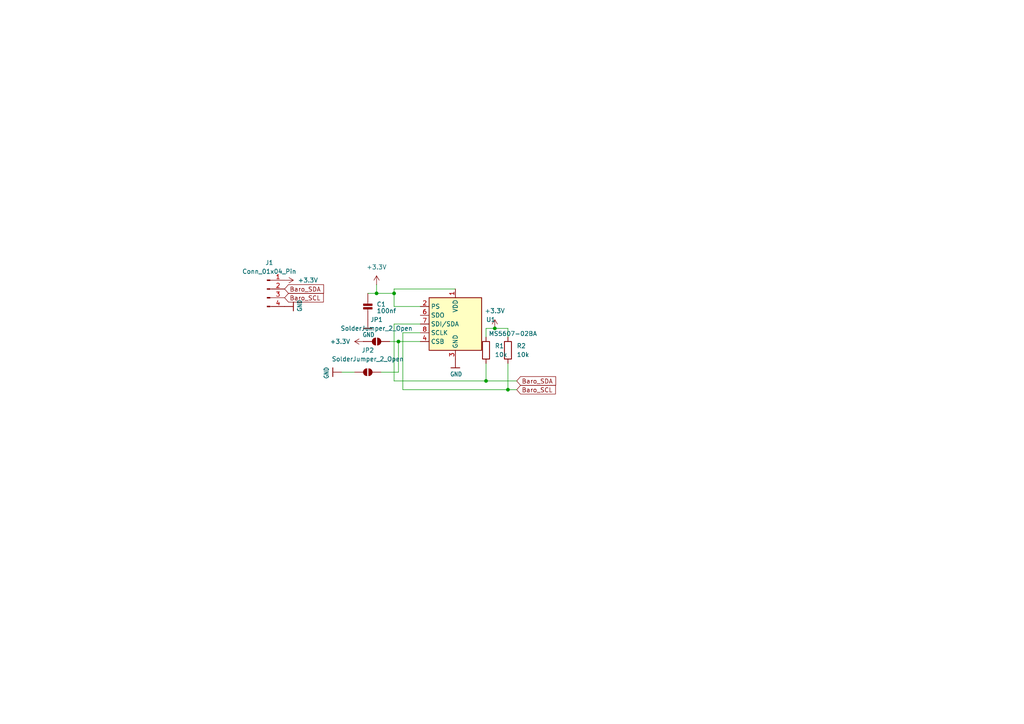
<source format=kicad_sch>
(kicad_sch
	(version 20231120)
	(generator "eeschema")
	(generator_version "8.0")
	(uuid "944441d4-5108-465a-b746-1dc4cb20dba5")
	(paper "A4")
	(lib_symbols
		(symbol "Connector:Conn_01x04_Pin"
			(pin_names
				(offset 1.016) hide)
			(exclude_from_sim no)
			(in_bom yes)
			(on_board yes)
			(property "Reference" "J"
				(at 0 5.08 0)
				(effects
					(font
						(size 1.27 1.27)
					)
				)
			)
			(property "Value" "Conn_01x04_Pin"
				(at 0 -7.62 0)
				(effects
					(font
						(size 1.27 1.27)
					)
				)
			)
			(property "Footprint" ""
				(at 0 0 0)
				(effects
					(font
						(size 1.27 1.27)
					)
					(hide yes)
				)
			)
			(property "Datasheet" "~"
				(at 0 0 0)
				(effects
					(font
						(size 1.27 1.27)
					)
					(hide yes)
				)
			)
			(property "Description" "Generic connector, single row, 01x04, script generated"
				(at 0 0 0)
				(effects
					(font
						(size 1.27 1.27)
					)
					(hide yes)
				)
			)
			(property "ki_locked" ""
				(at 0 0 0)
				(effects
					(font
						(size 1.27 1.27)
					)
				)
			)
			(property "ki_keywords" "connector"
				(at 0 0 0)
				(effects
					(font
						(size 1.27 1.27)
					)
					(hide yes)
				)
			)
			(property "ki_fp_filters" "Connector*:*_1x??_*"
				(at 0 0 0)
				(effects
					(font
						(size 1.27 1.27)
					)
					(hide yes)
				)
			)
			(symbol "Conn_01x04_Pin_1_1"
				(polyline
					(pts
						(xy 1.27 -5.08) (xy 0.8636 -5.08)
					)
					(stroke
						(width 0.1524)
						(type default)
					)
					(fill
						(type none)
					)
				)
				(polyline
					(pts
						(xy 1.27 -2.54) (xy 0.8636 -2.54)
					)
					(stroke
						(width 0.1524)
						(type default)
					)
					(fill
						(type none)
					)
				)
				(polyline
					(pts
						(xy 1.27 0) (xy 0.8636 0)
					)
					(stroke
						(width 0.1524)
						(type default)
					)
					(fill
						(type none)
					)
				)
				(polyline
					(pts
						(xy 1.27 2.54) (xy 0.8636 2.54)
					)
					(stroke
						(width 0.1524)
						(type default)
					)
					(fill
						(type none)
					)
				)
				(rectangle
					(start 0.8636 -4.953)
					(end 0 -5.207)
					(stroke
						(width 0.1524)
						(type default)
					)
					(fill
						(type outline)
					)
				)
				(rectangle
					(start 0.8636 -2.413)
					(end 0 -2.667)
					(stroke
						(width 0.1524)
						(type default)
					)
					(fill
						(type outline)
					)
				)
				(rectangle
					(start 0.8636 0.127)
					(end 0 -0.127)
					(stroke
						(width 0.1524)
						(type default)
					)
					(fill
						(type outline)
					)
				)
				(rectangle
					(start 0.8636 2.667)
					(end 0 2.413)
					(stroke
						(width 0.1524)
						(type default)
					)
					(fill
						(type outline)
					)
				)
				(pin passive line
					(at 5.08 2.54 180)
					(length 3.81)
					(name "Pin_1"
						(effects
							(font
								(size 1.27 1.27)
							)
						)
					)
					(number "1"
						(effects
							(font
								(size 1.27 1.27)
							)
						)
					)
				)
				(pin passive line
					(at 5.08 0 180)
					(length 3.81)
					(name "Pin_2"
						(effects
							(font
								(size 1.27 1.27)
							)
						)
					)
					(number "2"
						(effects
							(font
								(size 1.27 1.27)
							)
						)
					)
				)
				(pin passive line
					(at 5.08 -2.54 180)
					(length 3.81)
					(name "Pin_3"
						(effects
							(font
								(size 1.27 1.27)
							)
						)
					)
					(number "3"
						(effects
							(font
								(size 1.27 1.27)
							)
						)
					)
				)
				(pin passive line
					(at 5.08 -5.08 180)
					(length 3.81)
					(name "Pin_4"
						(effects
							(font
								(size 1.27 1.27)
							)
						)
					)
					(number "4"
						(effects
							(font
								(size 1.27 1.27)
							)
						)
					)
				)
			)
		)
		(symbol "Device:R"
			(pin_numbers hide)
			(pin_names
				(offset 0)
			)
			(exclude_from_sim no)
			(in_bom yes)
			(on_board yes)
			(property "Reference" "R"
				(at 2.032 0 90)
				(effects
					(font
						(size 1.27 1.27)
					)
				)
			)
			(property "Value" "R"
				(at 0 0 90)
				(effects
					(font
						(size 1.27 1.27)
					)
				)
			)
			(property "Footprint" ""
				(at -1.778 0 90)
				(effects
					(font
						(size 1.27 1.27)
					)
					(hide yes)
				)
			)
			(property "Datasheet" "~"
				(at 0 0 0)
				(effects
					(font
						(size 1.27 1.27)
					)
					(hide yes)
				)
			)
			(property "Description" "Resistor"
				(at 0 0 0)
				(effects
					(font
						(size 1.27 1.27)
					)
					(hide yes)
				)
			)
			(property "ki_keywords" "R res resistor"
				(at 0 0 0)
				(effects
					(font
						(size 1.27 1.27)
					)
					(hide yes)
				)
			)
			(property "ki_fp_filters" "R_*"
				(at 0 0 0)
				(effects
					(font
						(size 1.27 1.27)
					)
					(hide yes)
				)
			)
			(symbol "R_0_1"
				(rectangle
					(start -1.016 -2.54)
					(end 1.016 2.54)
					(stroke
						(width 0.254)
						(type default)
					)
					(fill
						(type none)
					)
				)
			)
			(symbol "R_1_1"
				(pin passive line
					(at 0 3.81 270)
					(length 1.27)
					(name "~"
						(effects
							(font
								(size 1.27 1.27)
							)
						)
					)
					(number "1"
						(effects
							(font
								(size 1.27 1.27)
							)
						)
					)
				)
				(pin passive line
					(at 0 -3.81 90)
					(length 1.27)
					(name "~"
						(effects
							(font
								(size 1.27 1.27)
							)
						)
					)
					(number "2"
						(effects
							(font
								(size 1.27 1.27)
							)
						)
					)
				)
			)
		)
		(symbol "Jumper:SolderJumper_2_Open"
			(pin_numbers hide)
			(pin_names
				(offset 0) hide)
			(exclude_from_sim yes)
			(in_bom no)
			(on_board yes)
			(property "Reference" "JP"
				(at 0 2.032 0)
				(effects
					(font
						(size 1.27 1.27)
					)
				)
			)
			(property "Value" "SolderJumper_2_Open"
				(at 0 -2.54 0)
				(effects
					(font
						(size 1.27 1.27)
					)
				)
			)
			(property "Footprint" ""
				(at 0 0 0)
				(effects
					(font
						(size 1.27 1.27)
					)
					(hide yes)
				)
			)
			(property "Datasheet" "~"
				(at 0 0 0)
				(effects
					(font
						(size 1.27 1.27)
					)
					(hide yes)
				)
			)
			(property "Description" "Solder Jumper, 2-pole, open"
				(at 0 0 0)
				(effects
					(font
						(size 1.27 1.27)
					)
					(hide yes)
				)
			)
			(property "ki_keywords" "solder jumper SPST"
				(at 0 0 0)
				(effects
					(font
						(size 1.27 1.27)
					)
					(hide yes)
				)
			)
			(property "ki_fp_filters" "SolderJumper*Open*"
				(at 0 0 0)
				(effects
					(font
						(size 1.27 1.27)
					)
					(hide yes)
				)
			)
			(symbol "SolderJumper_2_Open_0_1"
				(arc
					(start -0.254 1.016)
					(mid -1.2656 0)
					(end -0.254 -1.016)
					(stroke
						(width 0)
						(type default)
					)
					(fill
						(type none)
					)
				)
				(arc
					(start -0.254 1.016)
					(mid -1.2656 0)
					(end -0.254 -1.016)
					(stroke
						(width 0)
						(type default)
					)
					(fill
						(type outline)
					)
				)
				(polyline
					(pts
						(xy -0.254 1.016) (xy -0.254 -1.016)
					)
					(stroke
						(width 0)
						(type default)
					)
					(fill
						(type none)
					)
				)
				(polyline
					(pts
						(xy 0.254 1.016) (xy 0.254 -1.016)
					)
					(stroke
						(width 0)
						(type default)
					)
					(fill
						(type none)
					)
				)
				(arc
					(start 0.254 -1.016)
					(mid 1.2656 0)
					(end 0.254 1.016)
					(stroke
						(width 0)
						(type default)
					)
					(fill
						(type none)
					)
				)
				(arc
					(start 0.254 -1.016)
					(mid 1.2656 0)
					(end 0.254 1.016)
					(stroke
						(width 0)
						(type default)
					)
					(fill
						(type outline)
					)
				)
			)
			(symbol "SolderJumper_2_Open_1_1"
				(pin passive line
					(at -3.81 0 0)
					(length 2.54)
					(name "A"
						(effects
							(font
								(size 1.27 1.27)
							)
						)
					)
					(number "1"
						(effects
							(font
								(size 1.27 1.27)
							)
						)
					)
				)
				(pin passive line
					(at 3.81 0 180)
					(length 2.54)
					(name "B"
						(effects
							(font
								(size 1.27 1.27)
							)
						)
					)
					(number "2"
						(effects
							(font
								(size 1.27 1.27)
							)
						)
					)
				)
			)
		)
		(symbol "Ngo_Andrew_GHOUL_Draft-eagle-import:CAP_CERAMIC0603_NO"
			(exclude_from_sim no)
			(in_bom yes)
			(on_board yes)
			(property "Reference" "C"
				(at -2.29 1.25 90)
				(effects
					(font
						(size 1.27 1.27)
					)
				)
			)
			(property "Value" ""
				(at 2.3 1.25 90)
				(effects
					(font
						(size 1.27 1.27)
					)
				)
			)
			(property "Footprint" "Ngo_Andrew_GHOUL_Draft:0603-NO"
				(at 0 0 0)
				(effects
					(font
						(size 1.27 1.27)
					)
					(hide yes)
				)
			)
			(property "Datasheet" ""
				(at 0 0 0)
				(effects
					(font
						(size 1.27 1.27)
					)
					(hide yes)
				)
			)
			(property "Description" "Ceramic Capacitors\n\nFor new designs, use the packages preceded by an '_' character since they are more reliable:\n\nThe following footprints should be used on most boards:\n\n• _0402 - Standard footprint for regular board layouts\n• _0603 - Standard footprint for regular board layouts\n• _0805 - Standard footprint for regular board layouts\n• _1206 - Standard footprint for regular board layouts\n\nFor extremely tight-pitch boards where space is at a premium, the following 'micro-pitch' footprints can be used (smaller pads, no silkscreen outline, etc.):\n\n• _0402MP - Micro-pitch footprint for very dense/compact boards\n• _0603MP - Micro-pitch footprint for very dense/compact boards\n• _0805MP - Micro-pitch footprint for very dense/compact boards\n• _1206MP - Micro-pitch footprint for very dense/compact boards"
				(at 0 0 0)
				(effects
					(font
						(size 1.27 1.27)
					)
					(hide yes)
				)
			)
			(property "ki_locked" ""
				(at 0 0 0)
				(effects
					(font
						(size 1.27 1.27)
					)
				)
			)
			(symbol "CAP_CERAMIC0603_NO_1_0"
				(rectangle
					(start -1.27 0.508)
					(end 1.27 1.016)
					(stroke
						(width 0)
						(type default)
					)
					(fill
						(type outline)
					)
				)
				(rectangle
					(start -1.27 1.524)
					(end 1.27 2.032)
					(stroke
						(width 0)
						(type default)
					)
					(fill
						(type outline)
					)
				)
				(polyline
					(pts
						(xy 0 0.762) (xy 0 0)
					)
					(stroke
						(width 0.1524)
						(type solid)
					)
					(fill
						(type none)
					)
				)
				(polyline
					(pts
						(xy 0 2.54) (xy 0 1.778)
					)
					(stroke
						(width 0.1524)
						(type solid)
					)
					(fill
						(type none)
					)
				)
				(pin passive line
					(at 0 5.08 270)
					(length 2.54)
					(name "1"
						(effects
							(font
								(size 0 0)
							)
						)
					)
					(number "1"
						(effects
							(font
								(size 0 0)
							)
						)
					)
				)
				(pin passive line
					(at 0 -2.54 90)
					(length 2.54)
					(name "2"
						(effects
							(font
								(size 0 0)
							)
						)
					)
					(number "2"
						(effects
							(font
								(size 0 0)
							)
						)
					)
				)
			)
		)
		(symbol "Ngo_Andrew_GHOUL_Draft-eagle-import:GND"
			(power)
			(exclude_from_sim no)
			(in_bom yes)
			(on_board yes)
			(property "Reference" ""
				(at 0 0 0)
				(effects
					(font
						(size 1.27 1.27)
					)
					(hide yes)
				)
			)
			(property "Value" ""
				(at -1.524 -2.54 0)
				(effects
					(font
						(size 1.27 1.0795)
					)
					(justify left bottom)
				)
			)
			(property "Footprint" ""
				(at 0 0 0)
				(effects
					(font
						(size 1.27 1.27)
					)
					(hide yes)
				)
			)
			(property "Datasheet" ""
				(at 0 0 0)
				(effects
					(font
						(size 1.27 1.27)
					)
					(hide yes)
				)
			)
			(property "Description" "GND"
				(at 0 0 0)
				(effects
					(font
						(size 1.27 1.27)
					)
					(hide yes)
				)
			)
			(property "ki_locked" ""
				(at 0 0 0)
				(effects
					(font
						(size 1.27 1.27)
					)
				)
			)
			(symbol "GND_1_0"
				(polyline
					(pts
						(xy -1.27 0) (xy 1.27 0)
					)
					(stroke
						(width 0.254)
						(type solid)
					)
					(fill
						(type none)
					)
				)
				(pin power_in line
					(at 0 2.54 270)
					(length 2.54)
					(name "GND"
						(effects
							(font
								(size 0 0)
							)
						)
					)
					(number "1"
						(effects
							(font
								(size 0 0)
							)
						)
					)
				)
			)
		)
		(symbol "Sensor_Pressure:MS5607-02BA"
			(exclude_from_sim no)
			(in_bom yes)
			(on_board yes)
			(property "Reference" "U"
				(at -6.35 8.89 0)
				(effects
					(font
						(size 1.27 1.27)
					)
				)
			)
			(property "Value" "MS5607-02BA"
				(at 7.62 8.89 0)
				(effects
					(font
						(size 1.27 1.27)
					)
				)
			)
			(property "Footprint" "Package_LGA:LGA-8_3x5mm_P1.25mm"
				(at 0 0 0)
				(effects
					(font
						(size 1.27 1.27)
					)
					(hide yes)
				)
			)
			(property "Datasheet" "https://www.te.com/commerce/DocumentDelivery/DDEController?Action=showdoc&DocId=Data+Sheet%7FMS5607-02BA03%7FB2%7Fpdf%7FEnglish%7FENG_DS_MS5607-02BA03_B2.pdf%7FCAT-BLPS0035"
				(at 0 0 0)
				(effects
					(font
						(size 1.27 1.27)
					)
					(hide yes)
				)
			)
			(property "Description" "Barometric pressure sensor, 20cm resolution, 10 to 1200 mbar, I2C and SPI interface up to 20MHz, LGA-8"
				(at 0 0 0)
				(effects
					(font
						(size 1.27 1.27)
					)
					(hide yes)
				)
			)
			(property "ki_keywords" "pressure SPI I2C"
				(at 0 0 0)
				(effects
					(font
						(size 1.27 1.27)
					)
					(hide yes)
				)
			)
			(property "ki_fp_filters" "LGA*3x5mm*P1.25mm*"
				(at 0 0 0)
				(effects
					(font
						(size 1.27 1.27)
					)
					(hide yes)
				)
			)
			(symbol "MS5607-02BA_0_1"
				(rectangle
					(start -7.62 7.62)
					(end 7.62 -7.62)
					(stroke
						(width 0.254)
						(type default)
					)
					(fill
						(type background)
					)
				)
			)
			(symbol "MS5607-02BA_1_1"
				(pin power_in line
					(at 0 10.16 270)
					(length 2.54)
					(name "VDD"
						(effects
							(font
								(size 1.27 1.27)
							)
						)
					)
					(number "1"
						(effects
							(font
								(size 1.27 1.27)
							)
						)
					)
				)
				(pin input line
					(at -10.16 5.08 0)
					(length 2.54)
					(name "PS"
						(effects
							(font
								(size 1.27 1.27)
							)
						)
					)
					(number "2"
						(effects
							(font
								(size 1.27 1.27)
							)
						)
					)
				)
				(pin power_in line
					(at 0 -10.16 90)
					(length 2.54)
					(name "GND"
						(effects
							(font
								(size 1.27 1.27)
							)
						)
					)
					(number "3"
						(effects
							(font
								(size 1.27 1.27)
							)
						)
					)
				)
				(pin input line
					(at -10.16 -5.08 0)
					(length 2.54)
					(name "CSB"
						(effects
							(font
								(size 1.27 1.27)
							)
						)
					)
					(number "4"
						(effects
							(font
								(size 1.27 1.27)
							)
						)
					)
				)
				(pin input line
					(at -10.16 -5.08 0)
					(length 2.54) hide
					(name "CSB"
						(effects
							(font
								(size 1.27 1.27)
							)
						)
					)
					(number "5"
						(effects
							(font
								(size 1.27 1.27)
							)
						)
					)
				)
				(pin output line
					(at -10.16 2.54 0)
					(length 2.54)
					(name "SDO"
						(effects
							(font
								(size 1.27 1.27)
							)
						)
					)
					(number "6"
						(effects
							(font
								(size 1.27 1.27)
							)
						)
					)
				)
				(pin bidirectional line
					(at -10.16 0 0)
					(length 2.54)
					(name "SDI/SDA"
						(effects
							(font
								(size 1.27 1.27)
							)
						)
					)
					(number "7"
						(effects
							(font
								(size 1.27 1.27)
							)
						)
					)
				)
				(pin input line
					(at -10.16 -2.54 0)
					(length 2.54)
					(name "SCLK"
						(effects
							(font
								(size 1.27 1.27)
							)
						)
					)
					(number "8"
						(effects
							(font
								(size 1.27 1.27)
							)
						)
					)
				)
			)
		)
		(symbol "power:+3.3V"
			(power)
			(pin_numbers hide)
			(pin_names
				(offset 0) hide)
			(exclude_from_sim no)
			(in_bom yes)
			(on_board yes)
			(property "Reference" "#PWR"
				(at 0 -3.81 0)
				(effects
					(font
						(size 1.27 1.27)
					)
					(hide yes)
				)
			)
			(property "Value" "+3.3V"
				(at 0 3.556 0)
				(effects
					(font
						(size 1.27 1.27)
					)
				)
			)
			(property "Footprint" ""
				(at 0 0 0)
				(effects
					(font
						(size 1.27 1.27)
					)
					(hide yes)
				)
			)
			(property "Datasheet" ""
				(at 0 0 0)
				(effects
					(font
						(size 1.27 1.27)
					)
					(hide yes)
				)
			)
			(property "Description" "Power symbol creates a global label with name \"+3.3V\""
				(at 0 0 0)
				(effects
					(font
						(size 1.27 1.27)
					)
					(hide yes)
				)
			)
			(property "ki_keywords" "global power"
				(at 0 0 0)
				(effects
					(font
						(size 1.27 1.27)
					)
					(hide yes)
				)
			)
			(symbol "+3.3V_0_1"
				(polyline
					(pts
						(xy -0.762 1.27) (xy 0 2.54)
					)
					(stroke
						(width 0)
						(type default)
					)
					(fill
						(type none)
					)
				)
				(polyline
					(pts
						(xy 0 0) (xy 0 2.54)
					)
					(stroke
						(width 0)
						(type default)
					)
					(fill
						(type none)
					)
				)
				(polyline
					(pts
						(xy 0 2.54) (xy 0.762 1.27)
					)
					(stroke
						(width 0)
						(type default)
					)
					(fill
						(type none)
					)
				)
			)
			(symbol "+3.3V_1_1"
				(pin power_in line
					(at 0 0 90)
					(length 0)
					(name "~"
						(effects
							(font
								(size 1.27 1.27)
							)
						)
					)
					(number "1"
						(effects
							(font
								(size 1.27 1.27)
							)
						)
					)
				)
			)
		)
	)
	(junction
		(at 114.3 85.09)
		(diameter 0)
		(color 0 0 0 0)
		(uuid "23c408b2-347f-411c-8da4-b2430efeeb7b")
	)
	(junction
		(at 147.32 113.03)
		(diameter 0)
		(color 0 0 0 0)
		(uuid "254e10a1-eda2-46ce-9af8-33cbdfde3da5")
	)
	(junction
		(at 115.57 99.06)
		(diameter 0)
		(color 0 0 0 0)
		(uuid "4011b6e1-3c20-4a7b-918c-6c30e7827cee")
	)
	(junction
		(at 140.97 110.49)
		(diameter 0)
		(color 0 0 0 0)
		(uuid "7e5dc45c-a260-4596-ae78-7800fde1e7b1")
	)
	(junction
		(at 143.51 95.25)
		(diameter 0)
		(color 0 0 0 0)
		(uuid "9453b8fa-4c80-4166-9ec9-abaa89ecafc5")
	)
	(junction
		(at 109.22 85.09)
		(diameter 0)
		(color 0 0 0 0)
		(uuid "f235af20-fd19-464e-b864-ec99017e7091")
	)
	(wire
		(pts
			(xy 114.3 110.49) (xy 140.97 110.49)
		)
		(stroke
			(width 0)
			(type default)
		)
		(uuid "231ad84b-2db1-42d2-8ff4-6edc05c00e0d")
	)
	(wire
		(pts
			(xy 121.92 96.52) (xy 116.84 96.52)
		)
		(stroke
			(width 0)
			(type default)
		)
		(uuid "2a6245b0-a43e-4886-9a05-bf1f1bfa4217")
	)
	(wire
		(pts
			(xy 147.32 95.25) (xy 143.51 95.25)
		)
		(stroke
			(width 0)
			(type default)
		)
		(uuid "300638ff-051f-4b47-b055-a7fbb29d6140")
	)
	(wire
		(pts
			(xy 99.06 107.95) (xy 102.87 107.95)
		)
		(stroke
			(width 0)
			(type default)
		)
		(uuid "30118fc5-768f-44c1-8aa8-9bb987ae673c")
	)
	(wire
		(pts
			(xy 147.32 105.41) (xy 147.32 113.03)
		)
		(stroke
			(width 0)
			(type default)
		)
		(uuid "35cb786e-1faa-4fc9-8681-f4b0e54c38b7")
	)
	(wire
		(pts
			(xy 115.57 99.06) (xy 113.03 99.06)
		)
		(stroke
			(width 0)
			(type default)
		)
		(uuid "45c8cb3e-ffa6-4200-a85e-2cb8ef0d07c2")
	)
	(wire
		(pts
			(xy 140.97 110.49) (xy 149.86 110.49)
		)
		(stroke
			(width 0)
			(type default)
		)
		(uuid "5af32daa-e845-4cbd-9913-78ff63c36ecc")
	)
	(wire
		(pts
			(xy 116.84 113.03) (xy 147.32 113.03)
		)
		(stroke
			(width 0)
			(type default)
		)
		(uuid "6b180a3b-07dc-4674-9d83-4a72f5c7617b")
	)
	(wire
		(pts
			(xy 116.84 96.52) (xy 116.84 113.03)
		)
		(stroke
			(width 0)
			(type default)
		)
		(uuid "70ae6bd2-6420-423e-b749-8296613c041e")
	)
	(wire
		(pts
			(xy 140.97 105.41) (xy 140.97 110.49)
		)
		(stroke
			(width 0)
			(type default)
		)
		(uuid "73436131-fd92-4f47-8444-4e418e5c9116")
	)
	(wire
		(pts
			(xy 110.49 107.95) (xy 115.57 107.95)
		)
		(stroke
			(width 0)
			(type default)
		)
		(uuid "774cf4e5-9fec-47e7-9282-cae7c42c362e")
	)
	(wire
		(pts
			(xy 114.3 93.98) (xy 114.3 110.49)
		)
		(stroke
			(width 0)
			(type default)
		)
		(uuid "82e550dc-85e5-4a3c-a785-1b0156ce3e36")
	)
	(wire
		(pts
			(xy 114.3 85.09) (xy 114.3 88.9)
		)
		(stroke
			(width 0)
			(type default)
		)
		(uuid "924da5c3-e553-4a9b-abc2-90b7b3793c3d")
	)
	(wire
		(pts
			(xy 147.32 113.03) (xy 149.86 113.03)
		)
		(stroke
			(width 0)
			(type default)
		)
		(uuid "962e2443-02b4-41a8-bb34-62993325c176")
	)
	(wire
		(pts
			(xy 140.97 95.25) (xy 140.97 97.79)
		)
		(stroke
			(width 0)
			(type default)
		)
		(uuid "9d02fdbb-ed53-435d-8efa-66893118bd86")
	)
	(wire
		(pts
			(xy 114.3 83.82) (xy 132.08 83.82)
		)
		(stroke
			(width 0)
			(type default)
		)
		(uuid "a113c91c-32b9-46e4-9a77-1636010167e4")
	)
	(wire
		(pts
			(xy 109.22 85.09) (xy 114.3 85.09)
		)
		(stroke
			(width 0)
			(type default)
		)
		(uuid "a59c1b6b-0cbd-4b40-a3e7-47b99409c36d")
	)
	(wire
		(pts
			(xy 109.22 82.55) (xy 109.22 85.09)
		)
		(stroke
			(width 0)
			(type default)
		)
		(uuid "a7883195-3666-44ed-9dfc-29e890e6b41e")
	)
	(wire
		(pts
			(xy 121.92 99.06) (xy 115.57 99.06)
		)
		(stroke
			(width 0)
			(type default)
		)
		(uuid "cd407c57-da5d-42c4-bd8d-f2301087bfe4")
	)
	(wire
		(pts
			(xy 121.92 93.98) (xy 114.3 93.98)
		)
		(stroke
			(width 0)
			(type default)
		)
		(uuid "d0865252-be55-4736-9259-f7c3e03f301e")
	)
	(wire
		(pts
			(xy 114.3 83.82) (xy 114.3 85.09)
		)
		(stroke
			(width 0)
			(type default)
		)
		(uuid "d1f8bc3c-90b6-45e2-a09a-3b2eb75f947b")
	)
	(wire
		(pts
			(xy 115.57 107.95) (xy 115.57 99.06)
		)
		(stroke
			(width 0)
			(type default)
		)
		(uuid "d3ae6585-1e55-4030-a16a-294e0c30f2d9")
	)
	(wire
		(pts
			(xy 106.68 85.09) (xy 109.22 85.09)
		)
		(stroke
			(width 0)
			(type default)
		)
		(uuid "d9a262b9-8743-4158-b33e-bc4e036dace8")
	)
	(wire
		(pts
			(xy 121.92 88.9) (xy 114.3 88.9)
		)
		(stroke
			(width 0)
			(type default)
		)
		(uuid "d9d3d91d-7016-4d9b-9f79-6bb048361cac")
	)
	(wire
		(pts
			(xy 147.32 97.79) (xy 147.32 95.25)
		)
		(stroke
			(width 0)
			(type default)
		)
		(uuid "df457818-1731-460b-acac-0635f9394895")
	)
	(wire
		(pts
			(xy 143.51 95.25) (xy 140.97 95.25)
		)
		(stroke
			(width 0)
			(type default)
		)
		(uuid "f2b6e24b-d3b4-4626-8255-9943fa924ece")
	)
	(global_label "Baro_SCL"
		(shape input)
		(at 149.86 113.03 0)
		(fields_autoplaced yes)
		(effects
			(font
				(size 1.27 1.27)
			)
			(justify left)
		)
		(uuid "8ac2fd7a-8480-4152-9765-7e426e4ec708")
		(property "Intersheetrefs" "${INTERSHEET_REFS}"
			(at 161.6746 113.03 0)
			(effects
				(font
					(size 1.27 1.27)
				)
				(justify left)
				(hide yes)
			)
		)
	)
	(global_label "Baro_SCL"
		(shape input)
		(at 82.55 86.36 0)
		(fields_autoplaced yes)
		(effects
			(font
				(size 1.27 1.27)
			)
			(justify left)
		)
		(uuid "8b475a54-fa5d-4a87-80fb-41f50a3d19fd")
		(property "Intersheetrefs" "${INTERSHEET_REFS}"
			(at 94.3646 86.36 0)
			(effects
				(font
					(size 1.27 1.27)
				)
				(justify left)
				(hide yes)
			)
		)
	)
	(global_label "Baro_SDA"
		(shape input)
		(at 82.55 83.82 0)
		(fields_autoplaced yes)
		(effects
			(font
				(size 1.27 1.27)
			)
			(justify left)
		)
		(uuid "bb3ccf88-b7b7-4ff9-ab56-37cef2891b6c")
		(property "Intersheetrefs" "${INTERSHEET_REFS}"
			(at 94.4251 83.82 0)
			(effects
				(font
					(size 1.27 1.27)
				)
				(justify left)
				(hide yes)
			)
		)
	)
	(global_label "Baro_SDA"
		(shape input)
		(at 149.86 110.49 0)
		(fields_autoplaced yes)
		(effects
			(font
				(size 1.27 1.27)
			)
			(justify left)
		)
		(uuid "dc0e4c1b-c552-432d-85f0-1c39c8177965")
		(property "Intersheetrefs" "${INTERSHEET_REFS}"
			(at 161.7351 110.49 0)
			(effects
				(font
					(size 1.27 1.27)
				)
				(justify left)
				(hide yes)
			)
		)
	)
	(symbol
		(lib_id "Ngo_Andrew_GHOUL_Draft-eagle-import:GND")
		(at 96.52 107.95 270)
		(unit 1)
		(exclude_from_sim no)
		(in_bom yes)
		(on_board yes)
		(dnp no)
		(uuid "0ba45bc5-2424-4bae-96f4-7ae1306029f2")
		(property "Reference" "#U$02"
			(at 96.52 107.95 0)
			(effects
				(font
					(size 1.27 1.27)
				)
				(hide yes)
			)
		)
		(property "Value" "GND"
			(at 93.98 106.426 0)
			(effects
				(font
					(size 1.27 1.0795)
				)
				(justify left bottom)
			)
		)
		(property "Footprint" ""
			(at 96.52 107.95 0)
			(effects
				(font
					(size 1.27 1.27)
				)
				(hide yes)
			)
		)
		(property "Datasheet" ""
			(at 96.52 107.95 0)
			(effects
				(font
					(size 1.27 1.27)
				)
				(hide yes)
			)
		)
		(property "Description" ""
			(at 96.52 107.95 0)
			(effects
				(font
					(size 1.27 1.27)
				)
				(hide yes)
			)
		)
		(pin "1"
			(uuid "f1b250a0-eaf8-452d-ac07-8510ba28aeb9")
		)
		(instances
			(project "In_Balloon"
				(path "/944441d4-5108-465a-b746-1dc4cb20dba5"
					(reference "#U$02")
					(unit 1)
				)
			)
		)
	)
	(symbol
		(lib_id "Ngo_Andrew_GHOUL_Draft-eagle-import:CAP_CERAMIC0603_NO")
		(at 106.68 90.17 0)
		(unit 1)
		(exclude_from_sim no)
		(in_bom yes)
		(on_board yes)
		(dnp no)
		(fields_autoplaced yes)
		(uuid "1b741356-ffd0-4a7d-9e36-0e72c3ca4215")
		(property "Reference" "C1"
			(at 109.22 88.2649 0)
			(effects
				(font
					(size 1.27 1.27)
				)
				(justify left)
			)
		)
		(property "Value" "100nf"
			(at 109.22 90.17 0)
			(effects
				(font
					(size 1.27 1.27)
				)
				(justify left)
			)
		)
		(property "Footprint" "Capacitor_SMD:C_0603_1608Metric_Pad1.08x0.95mm_HandSolder"
			(at 106.68 90.17 0)
			(effects
				(font
					(size 1.27 1.27)
				)
				(hide yes)
			)
		)
		(property "Datasheet" ""
			(at 106.68 90.17 0)
			(effects
				(font
					(size 1.27 1.27)
				)
				(hide yes)
			)
		)
		(property "Description" "Ceramic Capacitors\n\nFor new designs, use the packages preceded by an '_' character since they are more reliable:\n\nThe following footprints should be used on most boards:\n\n• _0402 - Standard footprint for regular board layouts\n• _0603 - Standard footprint for regular board layouts\n• _0805 - Standard footprint for regular board layouts\n• _1206 - Standard footprint for regular board layouts\n\nFor extremely tight-pitch boards where space is at a premium, the following 'micro-pitch' footprints can be used (smaller pads, no silkscreen outline, etc.):\n\n• _0402MP - Micro-pitch footprint for very dense/compact boards\n• _0603MP - Micro-pitch footprint for very dense/compact boards\n• _0805MP - Micro-pitch footprint for very dense/compact boards\n• _1206MP - Micro-pitch footprint for very dense/compact boards"
			(at 106.68 90.17 0)
			(effects
				(font
					(size 1.27 1.27)
				)
				(hide yes)
			)
		)
		(pin "1"
			(uuid "edcf796f-a477-4e48-958b-a7a8e810240a")
		)
		(pin "2"
			(uuid "c40be332-bae0-47ea-8dfe-916cbb26e649")
		)
		(instances
			(project "In_Balloon"
				(path "/944441d4-5108-465a-b746-1dc4cb20dba5"
					(reference "C1")
					(unit 1)
				)
			)
		)
	)
	(symbol
		(lib_id "Ngo_Andrew_GHOUL_Draft-eagle-import:GND")
		(at 106.68 95.25 0)
		(unit 1)
		(exclude_from_sim no)
		(in_bom yes)
		(on_board yes)
		(dnp no)
		(uuid "2cf05e73-c5d4-46d6-8046-341451035476")
		(property "Reference" "#U$01"
			(at 106.68 95.25 0)
			(effects
				(font
					(size 1.27 1.27)
				)
				(hide yes)
			)
		)
		(property "Value" "GND"
			(at 105.156 97.79 0)
			(effects
				(font
					(size 1.27 1.0795)
				)
				(justify left bottom)
			)
		)
		(property "Footprint" ""
			(at 106.68 95.25 0)
			(effects
				(font
					(size 1.27 1.27)
				)
				(hide yes)
			)
		)
		(property "Datasheet" ""
			(at 106.68 95.25 0)
			(effects
				(font
					(size 1.27 1.27)
				)
				(hide yes)
			)
		)
		(property "Description" ""
			(at 106.68 95.25 0)
			(effects
				(font
					(size 1.27 1.27)
				)
				(hide yes)
			)
		)
		(pin "1"
			(uuid "aaaa8e13-79f0-42e6-8e68-74a6d69fb3bd")
		)
		(instances
			(project "In_Balloon"
				(path "/944441d4-5108-465a-b746-1dc4cb20dba5"
					(reference "#U$01")
					(unit 1)
				)
			)
		)
	)
	(symbol
		(lib_id "power:+3.3V")
		(at 109.22 82.55 0)
		(unit 1)
		(exclude_from_sim no)
		(in_bom yes)
		(on_board yes)
		(dnp no)
		(fields_autoplaced yes)
		(uuid "3a5337f7-de86-4167-98e4-8e773b8237e1")
		(property "Reference" "#PWR01"
			(at 109.22 86.36 0)
			(effects
				(font
					(size 1.27 1.27)
				)
				(hide yes)
			)
		)
		(property "Value" "+3.3V"
			(at 109.22 77.47 0)
			(effects
				(font
					(size 1.27 1.27)
				)
			)
		)
		(property "Footprint" ""
			(at 109.22 82.55 0)
			(effects
				(font
					(size 1.27 1.27)
				)
				(hide yes)
			)
		)
		(property "Datasheet" ""
			(at 109.22 82.55 0)
			(effects
				(font
					(size 1.27 1.27)
				)
				(hide yes)
			)
		)
		(property "Description" "Power symbol creates a global label with name \"+3.3V\""
			(at 109.22 82.55 0)
			(effects
				(font
					(size 1.27 1.27)
				)
				(hide yes)
			)
		)
		(pin "1"
			(uuid "20eb9c3f-89cf-4efb-b4f5-902b89b3fa00")
		)
		(instances
			(project "In_Balloon"
				(path "/944441d4-5108-465a-b746-1dc4cb20dba5"
					(reference "#PWR01")
					(unit 1)
				)
			)
		)
	)
	(symbol
		(lib_id "power:+3.3V")
		(at 105.41 99.06 90)
		(unit 1)
		(exclude_from_sim no)
		(in_bom yes)
		(on_board yes)
		(dnp no)
		(fields_autoplaced yes)
		(uuid "4a9cc6a9-6a39-4467-b38b-f285c153caf8")
		(property "Reference" "#PWR04"
			(at 109.22 99.06 0)
			(effects
				(font
					(size 1.27 1.27)
				)
				(hide yes)
			)
		)
		(property "Value" "+3.3V"
			(at 101.6 99.0599 90)
			(effects
				(font
					(size 1.27 1.27)
				)
				(justify left)
			)
		)
		(property "Footprint" ""
			(at 105.41 99.06 0)
			(effects
				(font
					(size 1.27 1.27)
				)
				(hide yes)
			)
		)
		(property "Datasheet" ""
			(at 105.41 99.06 0)
			(effects
				(font
					(size 1.27 1.27)
				)
				(hide yes)
			)
		)
		(property "Description" "Power symbol creates a global label with name \"+3.3V\""
			(at 105.41 99.06 0)
			(effects
				(font
					(size 1.27 1.27)
				)
				(hide yes)
			)
		)
		(pin "1"
			(uuid "5665c689-3431-4716-b465-b27dd7d0707c")
		)
		(instances
			(project "In_Balloon"
				(path "/944441d4-5108-465a-b746-1dc4cb20dba5"
					(reference "#PWR04")
					(unit 1)
				)
			)
		)
	)
	(symbol
		(lib_id "power:+3.3V")
		(at 143.51 95.25 0)
		(unit 1)
		(exclude_from_sim no)
		(in_bom yes)
		(on_board yes)
		(dnp no)
		(fields_autoplaced yes)
		(uuid "9c6618a9-4192-4c35-9315-aa42467d252a")
		(property "Reference" "#PWR02"
			(at 143.51 99.06 0)
			(effects
				(font
					(size 1.27 1.27)
				)
				(hide yes)
			)
		)
		(property "Value" "+3.3V"
			(at 143.51 90.17 0)
			(effects
				(font
					(size 1.27 1.27)
				)
			)
		)
		(property "Footprint" ""
			(at 143.51 95.25 0)
			(effects
				(font
					(size 1.27 1.27)
				)
				(hide yes)
			)
		)
		(property "Datasheet" ""
			(at 143.51 95.25 0)
			(effects
				(font
					(size 1.27 1.27)
				)
				(hide yes)
			)
		)
		(property "Description" "Power symbol creates a global label with name \"+3.3V\""
			(at 143.51 95.25 0)
			(effects
				(font
					(size 1.27 1.27)
				)
				(hide yes)
			)
		)
		(pin "1"
			(uuid "c1ceb216-8997-42ca-a556-3deb752e3c27")
		)
		(instances
			(project "In_Balloon"
				(path "/944441d4-5108-465a-b746-1dc4cb20dba5"
					(reference "#PWR02")
					(unit 1)
				)
			)
		)
	)
	(symbol
		(lib_id "Connector:Conn_01x04_Pin")
		(at 77.47 83.82 0)
		(unit 1)
		(exclude_from_sim no)
		(in_bom yes)
		(on_board yes)
		(dnp no)
		(fields_autoplaced yes)
		(uuid "9f66b681-4b67-4441-a270-f5e2e3f9a442")
		(property "Reference" "J1"
			(at 78.105 76.2 0)
			(effects
				(font
					(size 1.27 1.27)
				)
			)
		)
		(property "Value" "Conn_01x04_Pin"
			(at 78.105 78.74 0)
			(effects
				(font
					(size 1.27 1.27)
				)
			)
		)
		(property "Footprint" "Connector_PinHeader_1.00mm:PinHeader_1x04_P1.00mm_Vertical"
			(at 77.47 83.82 0)
			(effects
				(font
					(size 1.27 1.27)
				)
				(hide yes)
			)
		)
		(property "Datasheet" "~"
			(at 77.47 83.82 0)
			(effects
				(font
					(size 1.27 1.27)
				)
				(hide yes)
			)
		)
		(property "Description" "Generic connector, single row, 01x04, script generated"
			(at 77.47 83.82 0)
			(effects
				(font
					(size 1.27 1.27)
				)
				(hide yes)
			)
		)
		(pin "3"
			(uuid "ddc761fa-4af1-48b2-ae77-97be6c7efc9b")
		)
		(pin "2"
			(uuid "ff176d3a-c926-4f33-90bd-1cd2df62cfcb")
		)
		(pin "4"
			(uuid "08b0376c-1170-4881-9b53-f8c5c9d5c43c")
		)
		(pin "1"
			(uuid "de594f6b-2de1-4679-bb6f-5efaae890a5a")
		)
		(instances
			(project "In_Balloon"
				(path "/944441d4-5108-465a-b746-1dc4cb20dba5"
					(reference "J1")
					(unit 1)
				)
			)
		)
	)
	(symbol
		(lib_id "Sensor_Pressure:MS5607-02BA")
		(at 132.08 93.98 0)
		(unit 1)
		(exclude_from_sim no)
		(in_bom yes)
		(on_board yes)
		(dnp no)
		(uuid "a1d2a21e-1601-4b89-8b2f-79b80ddb1342")
		(property "Reference" "U1"
			(at 140.97 92.7099 0)
			(effects
				(font
					(size 1.27 1.27)
				)
				(justify left)
			)
		)
		(property "Value" "MS5607-02BA"
			(at 141.732 96.774 0)
			(effects
				(font
					(size 1.27 1.27)
				)
				(justify left)
			)
		)
		(property "Footprint" "Package_LGA:LGA-8_3x5mm_P1.25mm"
			(at 132.08 93.98 0)
			(effects
				(font
					(size 1.27 1.27)
				)
				(hide yes)
			)
		)
		(property "Datasheet" "https://www.te.com/commerce/DocumentDelivery/DDEController?Action=showdoc&DocId=Data+Sheet%7FMS5607-02BA03%7FB2%7Fpdf%7FEnglish%7FENG_DS_MS5607-02BA03_B2.pdf%7FCAT-BLPS0035"
			(at 132.08 93.98 0)
			(effects
				(font
					(size 1.27 1.27)
				)
				(hide yes)
			)
		)
		(property "Description" "Barometric pressure sensor, 20cm resolution, 10 to 1200 mbar, I2C and SPI interface up to 20MHz, LGA-8"
			(at 132.08 93.98 0)
			(effects
				(font
					(size 1.27 1.27)
				)
				(hide yes)
			)
		)
		(pin "5"
			(uuid "a41f6006-8950-413d-a737-c1482cfbcf34")
		)
		(pin "8"
			(uuid "28f3e202-9e96-48f5-953e-ecbe6feedf4e")
		)
		(pin "6"
			(uuid "75e5151e-74fa-4dd9-8f25-53b13789ae90")
		)
		(pin "4"
			(uuid "132975fd-fda6-4b0d-9d52-89676ee33781")
		)
		(pin "1"
			(uuid "282f3273-4366-4ee8-bbd5-7538ea1cf31e")
		)
		(pin "3"
			(uuid "1042abc3-b778-4f78-84ac-dc0e8534756b")
		)
		(pin "7"
			(uuid "c6a0454c-f198-4ba1-8b67-6d5303e0361b")
		)
		(pin "2"
			(uuid "2ae26642-d763-4359-b086-dd23be9fe054")
		)
		(instances
			(project "In_Balloon"
				(path "/944441d4-5108-465a-b746-1dc4cb20dba5"
					(reference "U1")
					(unit 1)
				)
			)
		)
	)
	(symbol
		(lib_id "power:+3.3V")
		(at 82.55 81.28 270)
		(unit 1)
		(exclude_from_sim no)
		(in_bom yes)
		(on_board yes)
		(dnp no)
		(fields_autoplaced yes)
		(uuid "b5cc34fd-c554-4f97-aacb-38654a501a31")
		(property "Reference" "#PWR05"
			(at 78.74 81.28 0)
			(effects
				(font
					(size 1.27 1.27)
				)
				(hide yes)
			)
		)
		(property "Value" "+3.3V"
			(at 86.36 81.2799 90)
			(effects
				(font
					(size 1.27 1.27)
				)
				(justify left)
			)
		)
		(property "Footprint" ""
			(at 82.55 81.28 0)
			(effects
				(font
					(size 1.27 1.27)
				)
				(hide yes)
			)
		)
		(property "Datasheet" ""
			(at 82.55 81.28 0)
			(effects
				(font
					(size 1.27 1.27)
				)
				(hide yes)
			)
		)
		(property "Description" "Power symbol creates a global label with name \"+3.3V\""
			(at 82.55 81.28 0)
			(effects
				(font
					(size 1.27 1.27)
				)
				(hide yes)
			)
		)
		(pin "1"
			(uuid "3b9c8840-a357-4919-82d6-758cf20272e0")
		)
		(instances
			(project "In_Balloon"
				(path "/944441d4-5108-465a-b746-1dc4cb20dba5"
					(reference "#PWR05")
					(unit 1)
				)
			)
		)
	)
	(symbol
		(lib_id "Ngo_Andrew_GHOUL_Draft-eagle-import:GND")
		(at 132.08 106.68 0)
		(unit 1)
		(exclude_from_sim no)
		(in_bom yes)
		(on_board yes)
		(dnp no)
		(uuid "baa5042e-f3b8-4298-925f-ad8d0fe7fd32")
		(property "Reference" "#U$03"
			(at 132.08 106.68 0)
			(effects
				(font
					(size 1.27 1.27)
				)
				(hide yes)
			)
		)
		(property "Value" "GND"
			(at 130.556 109.22 0)
			(effects
				(font
					(size 1.27 1.0795)
				)
				(justify left bottom)
			)
		)
		(property "Footprint" ""
			(at 132.08 106.68 0)
			(effects
				(font
					(size 1.27 1.27)
				)
				(hide yes)
			)
		)
		(property "Datasheet" ""
			(at 132.08 106.68 0)
			(effects
				(font
					(size 1.27 1.27)
				)
				(hide yes)
			)
		)
		(property "Description" ""
			(at 132.08 106.68 0)
			(effects
				(font
					(size 1.27 1.27)
				)
				(hide yes)
			)
		)
		(pin "1"
			(uuid "f09d13f7-ef4a-4447-aa88-19badc29dd5c")
		)
		(instances
			(project "In_Balloon"
				(path "/944441d4-5108-465a-b746-1dc4cb20dba5"
					(reference "#U$03")
					(unit 1)
				)
			)
		)
	)
	(symbol
		(lib_id "Device:R")
		(at 140.97 101.6 0)
		(unit 1)
		(exclude_from_sim no)
		(in_bom yes)
		(on_board yes)
		(dnp no)
		(fields_autoplaced yes)
		(uuid "cdbd7679-1d4d-48ed-a487-532f422d74dd")
		(property "Reference" "R1"
			(at 143.51 100.3299 0)
			(effects
				(font
					(size 1.27 1.27)
				)
				(justify left)
			)
		)
		(property "Value" "10k"
			(at 143.51 102.8699 0)
			(effects
				(font
					(size 1.27 1.27)
				)
				(justify left)
			)
		)
		(property "Footprint" "Resistor_SMD:R_0603_1608Metric_Pad0.98x0.95mm_HandSolder"
			(at 139.192 101.6 90)
			(effects
				(font
					(size 1.27 1.27)
				)
				(hide yes)
			)
		)
		(property "Datasheet" "~"
			(at 140.97 101.6 0)
			(effects
				(font
					(size 1.27 1.27)
				)
				(hide yes)
			)
		)
		(property "Description" "Resistor"
			(at 140.97 101.6 0)
			(effects
				(font
					(size 1.27 1.27)
				)
				(hide yes)
			)
		)
		(pin "1"
			(uuid "0e137b90-5bb3-419a-8ade-a555c207fb23")
		)
		(pin "2"
			(uuid "bfbf9ae6-d945-4486-af22-d36ff8280f56")
		)
		(instances
			(project "In_Balloon"
				(path "/944441d4-5108-465a-b746-1dc4cb20dba5"
					(reference "R1")
					(unit 1)
				)
			)
		)
	)
	(symbol
		(lib_id "Device:R")
		(at 147.32 101.6 0)
		(unit 1)
		(exclude_from_sim no)
		(in_bom yes)
		(on_board yes)
		(dnp no)
		(fields_autoplaced yes)
		(uuid "e27b73a1-2c7e-42ef-8439-fac554d50473")
		(property "Reference" "R2"
			(at 149.86 100.3299 0)
			(effects
				(font
					(size 1.27 1.27)
				)
				(justify left)
			)
		)
		(property "Value" "10k"
			(at 149.86 102.8699 0)
			(effects
				(font
					(size 1.27 1.27)
				)
				(justify left)
			)
		)
		(property "Footprint" "Resistor_SMD:R_0603_1608Metric_Pad0.98x0.95mm_HandSolder"
			(at 145.542 101.6 90)
			(effects
				(font
					(size 1.27 1.27)
				)
				(hide yes)
			)
		)
		(property "Datasheet" "~"
			(at 147.32 101.6 0)
			(effects
				(font
					(size 1.27 1.27)
				)
				(hide yes)
			)
		)
		(property "Description" "Resistor"
			(at 147.32 101.6 0)
			(effects
				(font
					(size 1.27 1.27)
				)
				(hide yes)
			)
		)
		(pin "1"
			(uuid "1811a2b9-d4f5-4ca0-af2a-058a2749fd6b")
		)
		(pin "2"
			(uuid "9230516f-2eab-4baa-acac-dce401ba4a4f")
		)
		(instances
			(project "In_Balloon"
				(path "/944441d4-5108-465a-b746-1dc4cb20dba5"
					(reference "R2")
					(unit 1)
				)
			)
		)
	)
	(symbol
		(lib_id "Jumper:SolderJumper_2_Open")
		(at 109.22 99.06 0)
		(unit 1)
		(exclude_from_sim yes)
		(in_bom no)
		(on_board yes)
		(dnp no)
		(fields_autoplaced yes)
		(uuid "e89e560a-2e2c-467c-ba76-54c0f788f276")
		(property "Reference" "JP1"
			(at 109.22 92.71 0)
			(effects
				(font
					(size 1.27 1.27)
				)
			)
		)
		(property "Value" "SolderJumper_2_Open"
			(at 109.22 95.25 0)
			(effects
				(font
					(size 1.27 1.27)
				)
			)
		)
		(property "Footprint" "Jumper:SolderJumper-2_P1.3mm_Open_RoundedPad1.0x1.5mm"
			(at 109.22 99.06 0)
			(effects
				(font
					(size 1.27 1.27)
				)
				(hide yes)
			)
		)
		(property "Datasheet" "~"
			(at 109.22 99.06 0)
			(effects
				(font
					(size 1.27 1.27)
				)
				(hide yes)
			)
		)
		(property "Description" "Solder Jumper, 2-pole, open"
			(at 109.22 99.06 0)
			(effects
				(font
					(size 1.27 1.27)
				)
				(hide yes)
			)
		)
		(pin "1"
			(uuid "0b9fcbae-4d28-4048-ba90-dcb21b4a4652")
		)
		(pin "2"
			(uuid "1c42fbf3-8a57-4c88-bf06-35c6553081dc")
		)
		(instances
			(project "In_Balloon"
				(path "/944441d4-5108-465a-b746-1dc4cb20dba5"
					(reference "JP1")
					(unit 1)
				)
			)
		)
	)
	(symbol
		(lib_id "Ngo_Andrew_GHOUL_Draft-eagle-import:GND")
		(at 85.09 88.9 90)
		(unit 1)
		(exclude_from_sim no)
		(in_bom yes)
		(on_board yes)
		(dnp no)
		(uuid "eb75ebb4-ec64-417c-8454-81a50c012a08")
		(property "Reference" "#U$05"
			(at 85.09 88.9 0)
			(effects
				(font
					(size 1.27 1.27)
				)
				(hide yes)
			)
		)
		(property "Value" "GND"
			(at 87.63 90.424 0)
			(effects
				(font
					(size 1.27 1.0795)
				)
				(justify left bottom)
			)
		)
		(property "Footprint" ""
			(at 85.09 88.9 0)
			(effects
				(font
					(size 1.27 1.27)
				)
				(hide yes)
			)
		)
		(property "Datasheet" ""
			(at 85.09 88.9 0)
			(effects
				(font
					(size 1.27 1.27)
				)
				(hide yes)
			)
		)
		(property "Description" ""
			(at 85.09 88.9 0)
			(effects
				(font
					(size 1.27 1.27)
				)
				(hide yes)
			)
		)
		(pin "1"
			(uuid "ee9d8e06-335f-4bb4-ad25-9fb305806699")
		)
		(instances
			(project "In_Balloon"
				(path "/944441d4-5108-465a-b746-1dc4cb20dba5"
					(reference "#U$05")
					(unit 1)
				)
			)
		)
	)
	(symbol
		(lib_id "Jumper:SolderJumper_2_Open")
		(at 106.68 107.95 0)
		(unit 1)
		(exclude_from_sim yes)
		(in_bom no)
		(on_board yes)
		(dnp no)
		(fields_autoplaced yes)
		(uuid "f6bbd144-2818-4589-a06d-c3de3c1c31f7")
		(property "Reference" "JP2"
			(at 106.68 101.6 0)
			(effects
				(font
					(size 1.27 1.27)
				)
			)
		)
		(property "Value" "SolderJumper_2_Open"
			(at 106.68 104.14 0)
			(effects
				(font
					(size 1.27 1.27)
				)
			)
		)
		(property "Footprint" "Jumper:SolderJumper-2_P1.3mm_Open_RoundedPad1.0x1.5mm"
			(at 106.68 107.95 0)
			(effects
				(font
					(size 1.27 1.27)
				)
				(hide yes)
			)
		)
		(property "Datasheet" "~"
			(at 106.68 107.95 0)
			(effects
				(font
					(size 1.27 1.27)
				)
				(hide yes)
			)
		)
		(property "Description" "Solder Jumper, 2-pole, open"
			(at 106.68 107.95 0)
			(effects
				(font
					(size 1.27 1.27)
				)
				(hide yes)
			)
		)
		(pin "1"
			(uuid "c99528a1-fe63-4880-a6de-fa64c86abe85")
		)
		(pin "2"
			(uuid "ea0f47d9-4387-469f-be4f-9a34905d610a")
		)
		(instances
			(project "In_Balloon"
				(path "/944441d4-5108-465a-b746-1dc4cb20dba5"
					(reference "JP2")
					(unit 1)
				)
			)
		)
	)
	(sheet_instances
		(path "/"
			(page "1")
		)
	)
)

</source>
